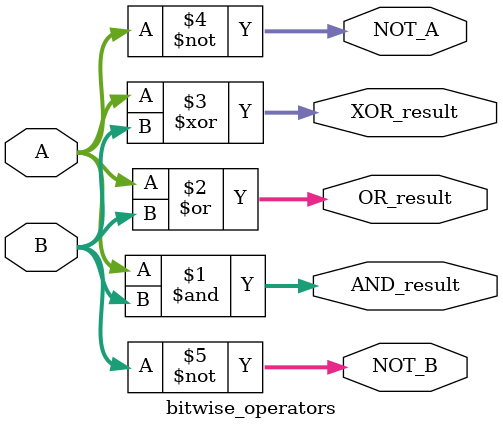
<source format=v>
module bitwise_operators(
    input [3:0] A,
    input [3:0] B,
    output [3:0] AND_result,
    output [3:0] OR_result,
    output [3:0] XOR_result,
    output [3:0] NOT_A,
    output [3:0] NOT_B
);

    assign AND_result = A & B;
    assign OR_result = A | B;
    assign XOR_result = A ^ B;
    assign NOT_A = ~A;
    assign NOT_B = ~B;

endmodule

</source>
